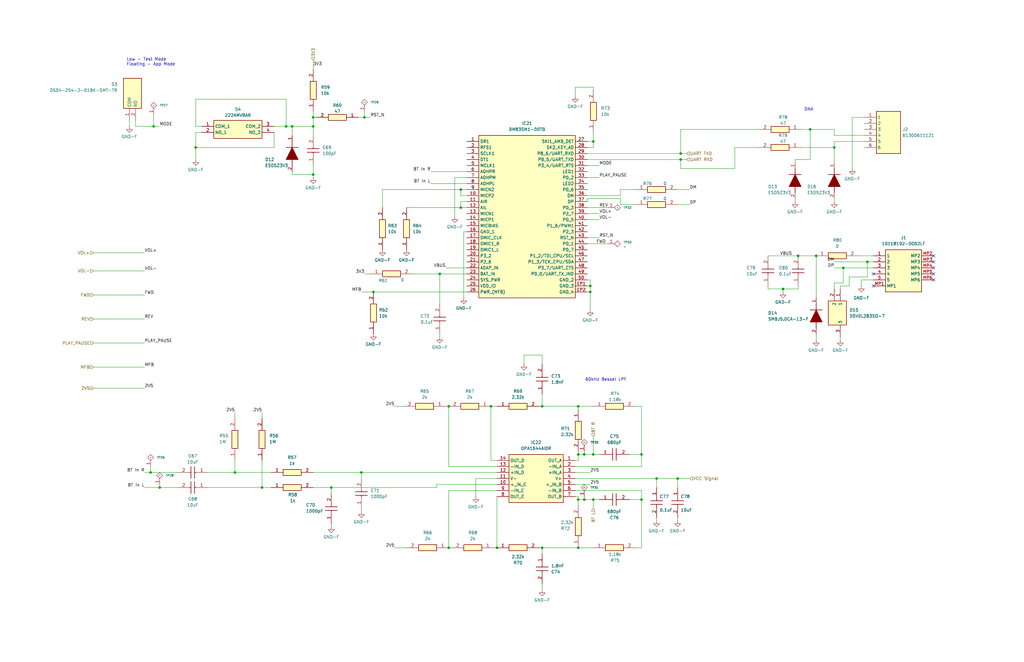
<source format=kicad_sch>
(kicad_sch (version 20231120) (generator "eeschema") (generator_version "8.0")
  (paper "B")
  (title_block (title "Audio System") (date "2025-02-06") (rev "P1") (company "Wolfe Engineering"))
  (junction (at 341.63 54.61))
  (junction (at 243.84 191.77))
  (junction (at 99.06 199.39))
  (junction (at 189.23 231.14))
  (junction (at 270.51 210.82))
  (junction (at 285.75 201.93))
  (junction (at 248.92 123.19))
  (junction (at 351.79 62.23))
  (junction (at 276.86 201.93))
  (junction (at 246.38 191.77))
  (junction (at 194.31 87.63))
  (junction (at 250.19 210.82))
  (junction (at 63.5 199.39))
  (junction (at 243.84 171.45))
  (junction (at 287.02 67.31))
  (junction (at 344.17 107.95))
  (junction (at 228.6 171.45))
  (junction (at 64.77 53.34))
  (junction (at 207.01 171.45))
  (junction (at 157.48 123.19))
  (junction (at 120.65 53.34))
  (junction (at 82.55 62.23))
  (junction (at 153.67 49.53))
  (junction (at 243.84 210.82))
  (junction (at 132.08 73.66))
  (junction (at 123.19 53.34))
  (junction (at 139.7 205.74))
  (junction (at 132.08 53.34))
  (junction (at 365.76 110.49))
  (junction (at 152.4 199.39))
  (junction (at 330.2 121.92))
  (junction (at 209.55 231.14))
  (junction (at 189.23 171.45))
  (junction (at 185.42 115.57))
  (junction (at 270.51 191.77))
  (junction (at 67.31 205.74))
  (junction (at 243.84 231.14))
  (junction (at 248.92 120.65))
  (junction (at 250.19 59.69))
  (junction (at 194.31 80.01))
  (junction (at 228.6 231.14))
  (junction (at 110.49 205.74))
  (junction (at 132.08 49.53))
  (junction (at 355.6 113.03))
  (junction (at 250.19 191.77))
  (junction (at 246.38 210.82))
  (junction (at 287.02 64.77))
  (junction (at 336.55 107.95))
  (no_connect (at 368.3 115.57))
  (no_connect (at 393.7 107.95))
  (no_connect (at 368.3 120.65))
  (no_connect (at 393.7 110.49))
  (no_connect (at 393.7 118.11))
  (no_connect (at 393.7 115.57))
  (no_connect (at 393.7 113.03))
  (wire (pts (xy 351.79 62.23) (xy 351.79 68.58)))
  (wire (pts (xy 171.45 87.63) (xy 194.31 87.63)))
  (wire (pts (xy 267.97 171.45) (xy 270.51 171.45)))
  (wire (pts (xy 39.37 144.78) (xy 60.96 144.78)))
  (wire (pts (xy 243.84 191.77) (xy 246.38 191.77)))
  (wire (pts (xy 194.31 80.01) (xy 161.29 80.01)))
  (wire (pts (xy 209.55 201.93) (xy 200.66 201.93)))
  (wire (pts (xy 227.33 171.45) (xy 228.6 171.45)))
  (wire (pts (xy 82.55 62.23) (xy 82.55 67.31)))
  (wire (pts (xy 285.75 218.44) (xy 285.75 219.71)))
  (wire (pts (xy 153.67 46.99) (xy 153.67 49.53)))
  (wire (pts (xy 228.6 231.14) (xy 228.6 233.68)))
  (wire (pts (xy 336.55 107.95) (xy 344.17 107.95)))
  (wire (pts (xy 99.06 194.31) (xy 99.06 199.39)))
  (wire (pts (xy 123.19 53.34) (xy 132.08 53.34)))
  (wire (pts (xy 290.83 80.01) (xy 285.75 80.01)))
  (wire (pts (xy 248.92 123.19) (xy 248.92 130.81)))
  (wire (pts (xy 243.84 190.5) (xy 243.84 191.77)))
  (wire (pts (xy 250.19 210.82) (xy 252.73 210.82)))
  (wire (pts (xy 152.4 199.39) (xy 152.4 201.93)))
  (wire (pts (xy 39.37 106.68) (xy 60.96 106.68)))
  (wire (pts (xy 247.65 83.82) (xy 247.65 85.09)))
  (wire (pts (xy 132.08 73.66) (xy 132.08 69.85)))
  (wire (pts (xy 330.2 121.92) (xy 330.2 123.19)))
  (wire (pts (xy 341.63 54.61) (xy 337.82 54.61)))
  (wire (pts (xy 207.01 194.31) (xy 209.55 194.31)))
  (wire (pts (xy 152.4 214.63) (xy 152.4 215.9)))
  (wire (pts (xy 243.84 191.77) (xy 243.84 194.31)))
  (wire (pts (xy 276.86 218.44) (xy 276.86 219.71)))
  (wire (pts (xy 270.51 207.01) (xy 242.57 207.01)))
  (wire (pts (xy 242.57 194.31) (xy 243.84 194.31)))
  (wire (pts (xy 247.65 74.93) (xy 252.73 74.93)))
  (wire (pts (xy 181.61 72.39) (xy 196.85 72.39)))
  (wire (pts (xy 335.28 68.58) (xy 335.28 67.31)))
  (wire (pts (xy 309.88 71.12) (xy 287.02 71.12)))
  (wire (pts (xy 351.79 59.69) (xy 351.79 62.23)))
  (wire (pts (xy 270.51 171.45) (xy 270.51 191.77)))
  (wire (pts (xy 185.42 115.57) (xy 185.42 128.27)))
  (wire (pts (xy 351.79 62.23) (xy 337.82 62.23)))
  (wire (pts (xy 189.23 207.01) (xy 189.23 231.14)))
  (wire (pts (xy 243.84 171.45) (xy 250.19 171.45)))
  (wire (pts (xy 261.62 86.36) (xy 267.97 86.36)))
  (wire (pts (xy 365.76 110.49) (xy 368.3 110.49)))
  (wire (pts (xy 361.95 107.95) (xy 368.3 107.95)))
  (wire (pts (xy 323.85 107.95) (xy 336.55 107.95)))
  (wire (pts (xy 39.37 124.46) (xy 60.96 124.46)))
  (wire (pts (xy 248.92 118.11) (xy 248.92 120.65)))
  (wire (pts (xy 132.08 53.34) (xy 132.08 57.15)))
  (wire (pts (xy 227.33 231.14) (xy 228.6 231.14)))
  (wire (pts (xy 250.19 210.82) (xy 250.19 214.63)))
  (wire (pts (xy 228.6 171.45) (xy 243.84 171.45)))
  (wire (pts (xy 250.19 59.69) (xy 250.19 55.88)))
  (wire (pts (xy 67.31 204.47) (xy 67.31 205.74)))
  (wire (pts (xy 187.96 171.45) (xy 189.23 171.45)))
  (wire (pts (xy 60.96 199.39) (xy 63.5 199.39)))
  (wire (pts (xy 173.99 115.57) (xy 185.42 115.57)))
  (wire (pts (xy 228.6 166.37) (xy 228.6 171.45)))
  (wire (pts (xy 247.65 64.77) (xy 287.02 64.77)))
  (wire (pts (xy 247.65 62.23) (xy 250.19 62.23)))
  (wire (pts (xy 250.19 62.23) (xy 250.19 59.69)))
  (wire (pts (xy 276.86 201.93) (xy 285.75 201.93)))
  (wire (pts (xy 247.65 123.19) (xy 248.92 123.19)))
  (wire (pts (xy 195.58 97.79) (xy 195.58 125.73)))
  (wire (pts (xy 341.63 67.31) (xy 341.63 54.61)))
  (wire (pts (xy 351.79 113.03) (xy 355.6 113.03)))
  (wire (pts (xy 248.92 120.65) (xy 248.92 123.19)))
  (wire (pts (xy 247.65 118.11) (xy 248.92 118.11)))
  (wire (pts (xy 189.23 207.01) (xy 209.55 207.01)))
  (wire (pts (xy 82.55 41.91) (xy 120.65 41.91)))
  (wire (pts (xy 247.65 102.87) (xy 256.54 102.87)))
  (wire (pts (xy 261.62 80.01) (xy 267.97 80.01)))
  (wire (pts (xy 60.96 205.74) (xy 67.31 205.74)))
  (wire (pts (xy 63.5 196.85) (xy 63.5 199.39)))
  (wire (pts (xy 152.4 199.39) (xy 209.55 199.39)))
  (wire (pts (xy 189.23 196.85) (xy 209.55 196.85)))
  (wire (pts (xy 228.6 149.86) (xy 220.98 149.86)))
  (wire (pts (xy 139.7 205.74) (xy 132.08 205.74)))
  (wire (pts (xy 152.4 123.19) (xy 157.48 123.19)))
  (wire (pts (xy 354.33 142.24) (xy 354.33 143.51)))
  (wire (pts (xy 196.85 80.01) (xy 194.31 80.01)))
  (wire (pts (xy 133.35 49.53) (xy 132.08 49.53)))
  (wire (pts (xy 351.79 59.69) (xy 364.49 59.69)))
  (wire (pts (xy 323.85 121.92) (xy 330.2 121.92)))
  (wire (pts (xy 54.61 50.8) (xy 54.61 53.34)))
  (wire (pts (xy 336.55 120.65) (xy 336.55 121.92)))
  (wire (pts (xy 242.57 36.83) (xy 250.19 36.83)))
  (wire (pts (xy 153.67 115.57) (xy 156.21 115.57)))
  (wire (pts (xy 200.66 201.93) (xy 200.66 209.55)))
  (wire (pts (xy 82.55 53.34) (xy 82.55 41.91)))
  (wire (pts (xy 39.37 163.83) (xy 60.96 163.83)))
  (wire (pts (xy 335.28 67.31) (xy 341.63 67.31)))
  (wire (pts (xy 185.42 140.97) (xy 185.42 142.24)))
  (wire (pts (xy 194.31 82.55) (xy 194.31 80.01)))
  (wire (pts (xy 132.08 74.93) (xy 132.08 73.66)))
  (wire (pts (xy 132.08 46.99) (xy 132.08 49.53)))
  (wire (pts (xy 247.65 90.17) (xy 252.73 90.17)))
  (wire (pts (xy 189.23 171.45) (xy 189.23 196.85)))
  (wire (pts (xy 247.65 82.55) (xy 261.62 82.55)))
  (wire (pts (xy 287.02 64.77) (xy 289.56 64.77)))
  (wire (pts (xy 309.88 62.23) (xy 320.04 62.23)))
  (wire (pts (xy 132.08 25.4) (xy 132.08 29.21)))
  (wire (pts (xy 196.85 85.09) (xy 194.31 85.09)))
  (wire (pts (xy 64.77 48.26) (xy 64.77 53.34)))
  (wire (pts (xy 153.67 49.53) (xy 156.21 49.53)))
  (wire (pts (xy 270.51 210.82) (xy 270.51 207.01)))
  (wire (pts (xy 110.49 173.99) (xy 110.49 176.53)))
  (wire (pts (xy 82.55 55.88) (xy 85.09 55.88)))
  (wire (pts (xy 161.29 80.01) (xy 161.29 87.63)))
  (wire (pts (xy 247.65 87.63) (xy 256.54 87.63)))
  (wire (pts (xy 344.17 140.97) (xy 344.17 143.51)))
  (wire (pts (xy 123.19 73.66) (xy 132.08 73.66)))
  (wire (pts (xy 365.76 116.84) (xy 365.76 110.49)))
  (wire (pts (xy 184.15 205.74) (xy 139.7 205.74)))
  (wire (pts (xy 261.62 83.82) (xy 247.65 83.82)))
  (wire (pts (xy 359.41 49.53) (xy 359.41 71.12)))
  (wire (pts (xy 243.84 231.14) (xy 250.19 231.14)))
  (wire (pts (xy 248.92 199.39) (xy 242.57 199.39)))
  (wire (pts (xy 184.15 204.47) (xy 184.15 205.74)))
  (wire (pts (xy 243.84 213.36) (xy 243.84 210.82)))
  (wire (pts (xy 242.57 204.47) (xy 248.92 204.47)))
  (wire (pts (xy 246.38 210.82) (xy 250.19 210.82)))
  (wire (pts (xy 351.79 110.49) (xy 365.76 110.49)))
  (wire (pts (xy 64.77 53.34) (xy 67.31 53.34)))
  (wire (pts (xy 358.14 116.84) (xy 365.76 116.84)))
  (wire (pts (xy 242.57 40.64) (xy 242.57 36.83)))
  (wire (pts (xy 287.02 71.12) (xy 287.02 67.31)))
  (wire (pts (xy 228.6 246.38) (xy 228.6 248.92)))
  (wire (pts (xy 247.65 59.69) (xy 250.19 59.69)))
  (wire (pts (xy 110.49 205.74) (xy 114.3 205.74)))
  (wire (pts (xy 252.73 191.77) (xy 250.19 191.77)))
  (wire (pts (xy 57.15 53.34) (xy 64.77 53.34)))
  (wire (pts (xy 358.14 120.65) (xy 358.14 116.84)))
  (wire (pts (xy 132.08 199.39) (xy 152.4 199.39)))
  (wire (pts (xy 87.63 199.39) (xy 99.06 199.39)))
  (wire (pts (xy 209.55 204.47) (xy 184.15 204.47)))
  (wire (pts (xy 151.13 49.53) (xy 153.67 49.53)))
  (wire (pts (xy 196.85 115.57) (xy 185.42 115.57)))
  (wire (pts (xy 242.57 201.93) (xy 276.86 201.93)))
  (wire (pts (xy 181.61 77.47) (xy 196.85 77.47)))
  (wire (pts (xy 191.77 91.44) (xy 191.77 74.93)))
  (wire (pts (xy 247.65 100.33) (xy 252.73 100.33)))
  (wire (pts (xy 209.55 209.55) (xy 209.55 231.14)))
  (wire (pts (xy 246.38 191.77) (xy 250.19 191.77)))
  (wire (pts (xy 243.84 210.82) (xy 246.38 210.82)))
  (wire (pts (xy 351.79 57.15) (xy 364.49 57.15)))
  (wire (pts (xy 123.19 72.39) (xy 123.19 73.66)))
  (wire (pts (xy 351.79 57.15) (xy 351.79 54.61)))
  (wire (pts (xy 344.17 107.95) (xy 344.17 125.73)))
  (wire (pts (xy 276.86 201.93) (xy 276.86 205.74)))
  (wire (pts (xy 99.06 199.39) (xy 114.3 199.39)))
  (wire (pts (xy 363.22 118.11) (xy 363.22 120.65)))
  (wire (pts (xy 246.38 209.55) (xy 246.38 210.82)))
  (wire (pts (xy 115.57 62.23) (xy 82.55 62.23)))
  (wire (pts (xy 247.65 69.85) (xy 252.73 69.85)))
  (wire (pts (xy 195.58 97.79) (xy 196.85 97.79)))
  (wire (pts (xy 246.38 190.5) (xy 246.38 191.77)))
  (wire (pts (xy 270.51 210.82) (xy 270.51 231.14)))
  (wire (pts (xy 351.79 119.38) (xy 355.6 119.38)))
  (wire (pts (xy 115.57 55.88) (xy 115.57 62.23)))
  (wire (pts (xy 63.5 199.39) (xy 74.93 199.39)))
  (wire (pts (xy 285.75 201.93) (xy 285.75 205.74)))
  (wire (pts (xy 287.02 54.61) (xy 320.04 54.61)))
  (wire (pts (xy 39.37 134.62) (xy 60.96 134.62)))
  (wire (pts (xy 220.98 149.86) (xy 220.98 153.67)))
  (wire (pts (xy 120.65 41.91) (xy 120.65 53.34)))
  (wire (pts (xy 39.37 114.3) (xy 60.96 114.3)))
  (wire (pts (xy 157.48 123.19) (xy 196.85 123.19)))
  (wire (pts (xy 287.02 54.61) (xy 287.02 64.77)))
  (wire (pts (xy 265.43 210.82) (xy 270.51 210.82)))
  (wire (pts (xy 207.01 171.45) (xy 209.55 171.45)))
  (wire (pts (xy 355.6 113.03) (xy 368.3 113.03)))
  (wire (pts (xy 87.63 205.74) (xy 110.49 205.74)))
  (wire (pts (xy 194.31 87.63) (xy 196.85 87.63)))
  (wire (pts (xy 247.65 120.65) (xy 248.92 120.65)))
  (wire (pts (xy 335.28 83.82) (xy 335.28 85.09)))
  (wire (pts (xy 228.6 153.67) (xy 228.6 149.86)))
  (wire (pts (xy 351.79 54.61) (xy 341.63 54.61)))
  (wire (pts (xy 85.09 53.34) (xy 82.55 53.34)))
  (wire (pts (xy 120.65 53.34) (xy 123.19 53.34)))
  (wire (pts (xy 123.19 53.34) (xy 123.19 57.15)))
  (wire (pts (xy 189.23 231.14) (xy 190.5 231.14)))
  (wire (pts (xy 166.37 171.45) (xy 170.18 171.45)))
  (wire (pts (xy 57.15 50.8) (xy 57.15 53.34)))
  (wire (pts (xy 82.55 55.88) (xy 82.55 62.23)))
  (wire (pts (xy 39.37 154.94) (xy 60.96 154.94)))
  (wire (pts (xy 110.49 194.31) (xy 110.49 205.74)))
  (wire (pts (xy 67.31 205.74) (xy 74.93 205.74)))
  (wire (pts (xy 330.2 121.92) (xy 336.55 121.92)))
  (wire (pts (xy 265.43 191.77) (xy 270.51 191.77)))
  (wire (pts (xy 285.75 201.93) (xy 290.83 201.93)))
  (wire (pts (xy 285.75 86.36) (xy 290.83 86.36)))
  (wire (pts (xy 250.19 184.15) (xy 250.19 191.77)))
  (wire (pts (xy 187.96 113.03) (xy 196.85 113.03)))
  (wire (pts (xy 364.49 49.53) (xy 359.41 49.53)))
  (wire (pts (xy 132.08 49.53) (xy 132.08 53.34)))
  (wire (pts (xy 196.85 74.93) (xy 191.77 74.93)))
  (wire (pts (xy 351.79 83.82) (xy 351.79 85.09)))
  (wire (pts (xy 207.01 171.45) (xy 207.01 194.31)))
  (wire (pts (xy 358.14 120.65) (xy 354.33 120.65)))
  (wire (pts (xy 228.6 231.14) (xy 243.84 231.14)))
  (wire (pts (xy 261.62 86.36) (xy 261.62 83.82)))
  (wire (pts (xy 166.37 231.14) (xy 171.45 231.14)))
  (wire (pts (xy 270.51 196.85) (xy 242.57 196.85)))
  (wire (pts (xy 287.02 67.31) (xy 289.56 67.31)))
  (wire (pts (xy 243.84 171.45) (xy 243.84 172.72)))
  (wire (pts (xy 354.33 120.65) (xy 354.33 121.92)))
  (wire (pts (xy 247.65 92.71) (xy 252.73 92.71)))
  (wire (pts (xy 267.97 231.14) (xy 270.51 231.14)))
  (wire (pts (xy 270.51 191.77) (xy 270.51 196.85)))
  (wire (pts (xy 323.85 120.65) (xy 323.85 121.92)))
  (wire (pts (xy 139.7 220.98) (xy 139.7 222.25)))
  (wire (pts (xy 99.06 176.53) (xy 99.06 173.99)))
  (wire (pts (xy 208.28 231.14) (xy 209.55 231.14)))
  (wire (pts (xy 115.57 53.34) (xy 120.65 53.34)))
  (wire (pts (xy 309.88 62.23) (xy 309.88 71.12)))
  (wire (pts (xy 243.84 209.55) (xy 242.57 209.55)))
  (wire (pts (xy 194.31 85.09) (xy 194.31 87.63)))
  (wire (pts (xy 196.85 82.55) (xy 194.31 82.55)))
  (wire (pts (xy 351.79 119.38) (xy 351.79 121.92)))
  (wire (pts (xy 261.62 82.55) (xy 261.62 80.01)))
  (wire (pts (xy 368.3 118.11) (xy 363.22 118.11)))
  (wire (pts (xy 250.19 36.83) (xy 250.19 38.1)))
  (wire (pts (xy 139.7 208.28) (xy 139.7 205.74)))
  (wire (pts (xy 355.6 119.38) (xy 355.6 113.03)))
  (wire (pts (xy 247.65 67.31) (xy 287.02 67.31)))
  (wire (pts (xy 243.84 210.82) (xy 243.84 209.55)))
  (text "Low - Test Mode\nFloating - App Mode" (at 53.34 27.94 0) (effects (font (size 1.27 1.27)) (justify left bottom)))
  (text "60kHz Bessel LPF" (at 255.524 160.274 0) (effects (font (size 1.27 1.27))))
  (text "DNA\n" (at 339.09 46.99 0) (effects (font (size 1.27 1.27)) (justify left bottom)))
  (label "DM" (at 351.79 110.49 180))
  (label "MFB" (at 60.96 154.94 0))
  (label "3V3" (at 132.08 27.94 0))
  (label "DP" (at 351.79 113.03 180))
  (label "2V5" (at 60.96 163.83 0))
  (label "VBUS" (at 187.96 113.03 180))
  (label "FWD" (at 251.46 102.87 0))
  (label "VOL+" (at 60.96 106.68 0))
  (label "VOL-" (at 60.96 114.3 0))
  (label "DM" (at 290.83 80.01 0))
  (label "MODE" (at 252.73 69.85 0))
  (label "REV" (at 60.96 134.62 0))
  (label "MODE" (at 67.31 53.34 0))
  (label "VOL-" (at 252.73 92.71 0))
  (label "PLAY_PAUSE" (at 60.96 144.78 0))
  (label "RST_N" (at 252.73 100.33 0))
  (label "VBUS" (at 334.01 107.95 180))
  (label "REV" (at 252.73 87.63 0))
  (label "3V3" (at 153.67 115.57 180))
  (label "BT In L" (at 60.96 205.74 180))
  (label "RST_N" (at 156.21 49.53 0))
  (label "2V5" (at 166.37 171.45 180))
  (label "PLAY_PAUSE" (at 252.73 74.93 0))
  (label "BT In R" (at 60.96 199.39 180))
  (label "BT In R" (at 181.61 72.39 180))
  (label "VOL+" (at 252.73 90.17 0))
  (label "BT In L" (at 181.61 77.47 180))
  (label "FWD" (at 60.96 124.46 0))
  (label "2V5" (at 166.37 231.14 180))
  (label "2V5" (at 248.92 204.47 0))
  (label "2V5" (at 110.49 173.99 180))
  (label "DP" (at 290.83 86.36 0))
  (label "MFB" (at 152.4 123.19 180))
  (label "2V5" (at 99.06 173.99 180))
  (label "2V5" (at 248.92 199.39 0))
  (hierarchical_label "REV" (shape input) (at 39.37 134.62 180))
  (hierarchical_label "UART TXD" (shape input) (at 289.56 64.77 0))
  (hierarchical_label "FWD" (shape input) (at 39.37 124.46 180))
  (hierarchical_label "2V5" (shape input) (at 39.37 163.83 180))
  (hierarchical_label "UART RXD" (shape input) (at 289.56 67.31 0))
  (hierarchical_label "BT L" (shape input) (at 250.19 214.63 270))
  (hierarchical_label "VOL-" (shape input) (at 39.37 114.3 180))
  (hierarchical_label "VOL+" (shape input) (at 39.37 106.68 180))
  (hierarchical_label "3V3" (shape input) (at 132.08 25.4 90))
  (hierarchical_label "BT R" (shape input) (at 250.19 184.15 90))
  (hierarchical_label "PLAY_PAUSE" (shape input) (at 39.37 144.78 180))
  (hierarchical_label "MFB" (shape input) (at 39.37 154.94 180))
  (hierarchical_label "VCC Signal" (shape input) (at 290.83 201.93 0))
  (symbol (lib_id "Audio System:222AMVBAR") (at 85.09 53.34 0) (unit 1)
    (property "Reference" "S4" (at 100.33 46.101 0))
    (property "Value" "222AMVBAR" (at 100.33 48.641 0))
    (property "Footprint" "1 Audio Amp:222AMVBAR" (effects (hide yes)))
    (property "Datasheet" "https://www.ctscorp.com/wp-content/uploads/222A.pdf" (effects (hide yes)))
    (property "Height" "5.2" (effects (hide yes)))
    (property "Manufacturer_Name" "CTS" (effects (hide yes)))
    (property "Manufacturer_Part_Number" "222AMVBAR" (effects (hide yes)))
    (property "Mouser Part Number" "774-222AMVBAR" (effects (hide yes)))
    (property "Mouser Price/Stock" "https://www.mouser.co.uk/ProductDetail/CTS-Electronic-Components/222AMVBAR?qs=%252BiOMRfgENTH99oc01%252BgePw%3D%3D" (effects (hide yes)))
    (property "Arrow Part Number" "222AMVBAR" (effects (hide yes)))
    (property "Arrow Price/Stock" "https://www.arrow.com/en/products/222amvbar/cts" (effects (hide yes)))
  )
  (symbol (lib_id "Audio System:TP") (at 246.38 186.69 0) (unit 1) (exclude_from_sim yes) (in_bom no)
    (property "Reference" "TP30" (at 248.92 186.6899 0) (effects (font (size 0.9 0.9)) (justify left)))
    (property "Value" "~" (at 246.38 186.69 0))
    (property "Footprint" "1 Audio Amp:TP" (effects (hide yes)))
  )
  (symbol (lib_id "Audio System:DS04-254-2-01BK-SMT-TR") (at 57.15 50.8 270) (mirror x) (unit 1)
    (property "Reference" "S3" (at 49.53 35.56 90) (effects (justify right)))
    (property "Value" "DS04-254-2-01BK-SMT-TR" (at 49.53 38.1 90) (effects (justify right)))
    (property "Footprint" "1 Audio Amp:DS04254201BKSMTTR" (effects (hide yes)))
    (property "Datasheet" "https://www.cuidevices.com/product/resource/supplyframepdf/ds04-254-smt.pdf" (effects (hide yes)))
    (property "Height" "4.3" (effects (hide yes)))
    (property "Manufacturer_Name" "CUI Devices" (effects (hide yes)))
    (property "Manufacturer_Part_Number" "DS04-254-2-01BK-SMT-TR" (effects (hide yes)))
    (property "Mouser Part Number" "490-DS04254201BK-STR" (effects (hide yes)))
    (property "Mouser Price/Stock" "https://www.mouser.co.uk/ProductDetail/CUI-Devices/DS04-254-2-01BK-SMT-TR?qs=wnTfsH77Xs4xXRFXKF0ssg%3D%3D" (effects (hide yes)))
    (property "Arrow Part Number" "DS04-254-2-01BK-SMT-TR" (effects (hide yes)))
    (property "Arrow Price/Stock" "https://www.arrow.com/en/products/ds04-254-2-01bk-smt-tr/cui-devices?region=europe" (effects (hide yes)))
  )
  (symbol (lib_id "Audio System:TP") (at 153.67 43.18 0) (unit 1) (exclude_from_sim yes) (in_bom no)
    (property "Reference" "TP29" (at 156.21 43.1799 0) (effects (font (size 0.9 0.9)) (justify left)))
    (property "Value" "~" (at 153.67 43.18 0))
    (property "Footprint" "1 Audio Amp:TP" (effects (hide yes)))
  )
  (symbol (lib_name "GND_2") (lib_id "power:GND") (at 139.7 222.25 0) (unit 1)
    (property "Reference" "#PWR090" (effects (hide yes)))
    (property "Value" "GND-F" (at 139.7 226.568 0))
  )
  (symbol (lib_id "Audio System:CC0603KRX7R7BB104") (at 336.55 120.65 90) (unit 1)
    (property "Reference" "C80" (at 328.422 113.03 90) (effects (justify right)))
    (property "Value" "0.1uF" (at 328.422 115.57 90) (effects (justify right)))
    (property "Footprint" "1 Audio Amp:CAPC1608X90N" (effects (hide yes)))
    (property "Datasheet" "https://www.yageo.com/en/Chart/Download/pdf/CC0603KRX7R7BB104" (effects (hide yes)))
    (property "Height" "0.9" (effects (hide yes)))
    (property "Manufacturer_Name" "YAGEO" (effects (hide yes)))
    (property "Manufacturer_Part_Number" "CC0603KRX7R7BB104" (effects (hide yes)))
    (property "Mouser Part Number" "603-CC603KRX7R7BB104" (effects (hide yes)))
    (property "Mouser Price/Stock" "https://www.mouser.co.uk/ProductDetail/YAGEO/CC0603KRX7R7BB104?qs=AgBp2OyFlx8KPmNTlFoWXA%3D%3D" (effects (hide yes)))
    (property "Arrow Part Number" "CC0603KRX7R7BB104" (effects (hide yes)))
    (property "Arrow Price/Stock" "https://www.arrow.com/en/products/cc0603krx7r7bb104/yageo?region=europe" (effects (hide yes)))
  )
  (symbol (lib_name "GND_2") (lib_id "power:GND") (at 354.33 143.51 0) (unit 1)
    (property "Reference" "#PWR0126" (effects (hide yes)))
    (property "Value" "GND-F" (at 354.33 147.828 0))
  )
  (symbol (lib_id "Audio System:RC0603FR-0710KL") (at 250.19 55.88 90) (unit 1)
    (property "Reference" "R73" (at 253.365 45.72 90) (effects (justify right)))
    (property "Value" "10k" (at 253.365 48.26 90) (effects (justify right)))
    (property "Footprint" "1 Audio Amp:RESC1608X55N" (effects (hide yes)))
    (property "Datasheet" "http://www.yageo.com/documents/recent/PYu-RC0603_51_RoHS_L_v5.pdf" (effects (hide yes)))
    (property "Height" "0.55" (effects (hide yes)))
    (property "Manufacturer_Name" "KEMET" (effects (hide yes)))
    (property "Manufacturer_Part_Number" "RC0603FR-0710KL" (effects (hide yes)))
    (property "Mouser Part Number" "603-RC0603FR-0710KL" (effects (hide yes)))
    (property "Mouser Price/Stock" "https://www.mouser.co.uk/ProductDetail/YAGEO/RC0603FR-0710KL?qs=grNVn54RoB%252B3GtjbJj3wJQ%3D%3D" (effects (hide yes)))
    (property "Arrow Part Number" "RC0603FR-0710KL" (effects (hide yes)))
    (property "Arrow Price/Stock" "https://www.arrow.com/en/products/rc0603fr-0710kl/yageo?region=nac" (effects (hide yes)))
  )
  (symbol (lib_name "GND_2") (lib_id "power:GND") (at 351.79 85.09 0) (unit 1)
    (property "Reference" "#PWR0122" (effects (hide yes)))
    (property "Value" "GND-F" (at 351.79 89.408 0))
  )
  (symbol (lib_id "Audio System:RC0603FR-0747RL") (at 151.13 49.53 180) (unit 1)
    (property "Reference" "R60" (at 142.24 44.45 0))
    (property "Value" "47" (at 142.24 46.99 0))
    (property "Footprint" "1 Audio Amp:RESC1608X55N" (effects (hide yes)))
    (property "Datasheet" "http://www.yageo.com/documents/recent/PYu-RC0603_51_RoHS_L_v5.pdf" (effects (hide yes)))
    (property "Height" "0.55" (effects (hide yes)))
    (property "Manufacturer_Name" "KEMET" (effects (hide yes)))
    (property "Manufacturer_Part_Number" "RC0603FR-0747RL" (effects (hide yes)))
    (property "Mouser Part Number" "603-RC0603FR-0747RL" (effects (hide yes)))
    (property "Mouser Price/Stock" "https://www.mouser.co.uk/ProductDetail/Yageo/RC0603FR-0747RL?qs=gt6vzsuosg01atWshW8qCA%3D%3D" (effects (hide yes)))
    (property "Arrow Part Number" "RC0603FR-0747RL" (effects (hide yes)))
    (property "Arrow Price/Stock" "http://www.arrow.com/en/products/rc0603fr-0747rl/yageo" (effects (hide yes)))
  )
  (symbol (lib_id "Audio System:61300611121") (at 364.49 49.53 0) (unit 1)
    (property "Reference" "J2" (at 380.492 54.61 0) (effects (justify left)))
    (property "Value" "61300611121" (at 380.492 57.15 0) (effects (justify left)))
    (property "Footprint" "1 Audio Amp:HDRV6W64P0X254_1X6_1524X254X869P" (effects (hide yes)))
    (property "Datasheet" "https://componentsearchengine.com/Datasheets/2/61300611121.pdf" (effects (hide yes)))
    (property "Height" "8.69" (effects (hide yes)))
    (property "Manufacturer_Name" "Wurth Elektronik" (effects (hide yes)))
    (property "Manufacturer_Part_Number" "61300611121" (effects (hide yes)))
    (property "Mouser Part Number" "710-61300611121" (effects (hide yes)))
    (property "Mouser Price/Stock" "https://www.mouser.co.uk/ProductDetail/Wurth-Elektronik/61300611121?qs=t4813l51qx%2FRpdf0Kp1HlQ%3D%3D" (effects (hide yes)))
  )
  (symbol (lib_name "GND_2") (lib_id "power:GND") (at 195.58 125.73 0) (unit 1)
    (property "Reference" "#PWR0113" (effects (hide yes)))
    (property "Value" "GND-F" (at 195.58 130.048 0))
  )
  (symbol (lib_id "Audio System:RC0603FR-0710KL") (at 132.08 46.99 90) (unit 1)
    (property "Reference" "R59" (at 135.255 36.83 90) (effects (justify right)))
    (property "Value" "10k" (at 135.255 39.37 90) (effects (justify right)))
    (property "Footprint" "1 Audio Amp:RESC1608X55N" (effects (hide yes)))
    (property "Datasheet" "http://www.yageo.com/documents/recent/PYu-RC0603_51_RoHS_L_v5.pdf" (effects (hide yes)))
    (property "Height" "0.55" (effects (hide yes)))
    (property "Manufacturer_Name" "KEMET" (effects (hide yes)))
    (property "Manufacturer_Part_Number" "RC0603FR-0710KL" (effects (hide yes)))
    (property "Mouser Part Number" "603-RC0603FR-0710KL" (effects (hide yes)))
    (property "Mouser Price/Stock" "https://www.mouser.co.uk/ProductDetail/YAGEO/RC0603FR-0710KL?qs=grNVn54RoB%252B3GtjbJj3wJQ%3D%3D" (effects (hide yes)))
    (property "Arrow Part Number" "RC0603FR-0710KL" (effects (hide yes)))
    (property "Arrow Price/Stock" "https://www.arrow.com/en/products/rc0603fr-0710kl/yageo?region=nac" (effects (hide yes)))
  )
  (symbol (lib_id "Audio System:TP") (at 67.31 200.66 0) (unit 1) (exclude_from_sim yes) (in_bom no)
    (property "Reference" "TP28" (at 69.85 200.6599 0) (effects (font (size 0.9 0.9)) (justify left)))
    (property "Value" "~" (at 67.31 200.66 0))
    (property "Footprint" "1 Audio Amp:TP" (effects (hide yes)))
  )
  (symbol (lib_id "Audio System:D5V0L2B3SO-7") (at 354.33 121.92 270) (unit 1)
    (property "Reference" "D15" (at 358.14 130.81 90) (effects (justify left)))
    (property "Value" "D5V0L2B3SO-7" (at 358.14 133.35 90) (effects (justify left)))
    (property "Footprint" "1 Audio Amp:SOT96P240X110-3N" (effects (hide yes)))
    (property "Datasheet" "https://www.diodes.com//assets/Datasheets/D5V0L2B3SO.pdf" (effects (hide yes)))
    (property "Height" "1.1" (effects (hide yes)))
    (property "Manufacturer_Name" "Diodes Incorporated" (effects (hide yes)))
    (property "Manufacturer_Part_Number" "D5V0L2B3SO-7" (effects (hide yes)))
    (property "Mouser Part Number" "621-D5V0L2B3SO-7" (effects (hide yes)))
    (property "Mouser Price/Stock" "https://www.mouser.co.uk/ProductDetail/Diodes-Incorporated/D5V0L2B3SO-7?qs=gfe7vQ8txpUquk%252BAuXNSLw%3D%3D" (effects (hide yes)))
    (property "Arrow Part Number" "D5V0L2B3SO-7" (effects (hide yes)))
    (property "Arrow Price/Stock" "https://www.arrow.com/en/products/d5v0l2b3so-7/diodes-incorporated?region=nac" (effects (hide yes)))
  )
  (symbol (lib_name "GND_2") (lib_id "power:GND") (at 220.98 153.67 0) (unit 1)
    (property "Reference" "#PWR0116" (effects (hide yes)))
    (property "Value" "GND-F" (at 220.98 157.988 0))
  )
  (symbol (lib_name "GND_2") (lib_id "power:GND") (at 335.28 85.09 0) (unit 1)
    (property "Reference" "#PWR0121" (effects (hide yes)))
    (property "Value" "GND-F" (at 335.28 89.408 0))
  )
  (symbol (lib_name "GND_2") (lib_id "power:GND") (at 359.41 71.12 0) (unit 1)
    (property "Reference" "#PWR0123" (effects (hide yes)))
    (property "Value" "GND-F" (at 359.41 75.438 0))
  )
  (symbol (lib_id "Audio System:CC0603KRX7R7BB104") (at 185.42 140.97 90) (unit 1)
    (property "Reference" "C72" (at 177.292 133.35 90) (effects (justify right)))
    (property "Value" "0.1uF" (at 177.292 135.89 90) (effects (justify right)))
    (property "Footprint" "1 Audio Amp:CAPC1608X90N" (effects (hide yes)))
    (property "Datasheet" "https://www.yageo.com/en/Chart/Download/pdf/CC0603KRX7R7BB104" (effects (hide yes)))
    (property "Height" "0.9" (effects (hide yes)))
    (property "Manufacturer_Name" "YAGEO" (effects (hide yes)))
    (property "Manufacturer_Part_Number" "CC0603KRX7R7BB104" (effects (hide yes)))
    (property "Mouser Part Number" "603-CC603KRX7R7BB104" (effects (hide yes)))
    (property "Mouser Price/Stock" "https://www.mouser.co.uk/ProductDetail/YAGEO/CC0603KRX7R7BB104?qs=AgBp2OyFlx8KPmNTlFoWXA%3D%3D" (effects (hide yes)))
    (property "Arrow Part Number" "CC0603KRX7R7BB104" (effects (hide yes)))
    (property "Arrow Price/Stock" "https://www.arrow.com/en/products/cc0603krx7r7bb104/yageo?region=europe" (effects (hide yes)))
  )
  (symbol (lib_name "GND_13") (lib_id "power:GND") (at 363.22 120.65 0) (unit 1)
    (property "Reference" "#PWR0131" (effects (hide yes)))
    (property "Value" "GND-F" (at 363.22 125.73 0))
  )
  (symbol (lib_id "Audio System:GRM21BR61C106KE15K") (at 323.85 120.65 90) (unit 1)
    (property "Reference" "C79" (at 314.706 113.03 90) (effects (justify right)))
    (property "Value" "10uF" (at 314.706 115.57 90) (effects (justify right)))
    (property "Footprint" "1 Audio Amp:CAPC2012X145N" (effects (hide yes)))
    (property "Datasheet" "http://www.murata.com/~/media/webrenewal/support/library/catalog/products/capacitor/mlcc/c02e.pdf" (effects (hide yes)))
    (property "Height" "1.45" (effects (hide yes)))
    (property "Manufacturer_Name" "Murata Electronics" (effects (hide yes)))
    (property "Manufacturer_Part_Number" "GRM21BR61C106KE15K" (effects (hide yes)))
    (property "Mouser Part Number" "81-GRM21BR61C106KE5K" (effects (hide yes)))
    (property "Mouser Price/Stock" "https://www.mouser.co.uk/ProductDetail/Murata-Electronics/GRM21BR61C106KE15K?qs=h0WOCFF19ULjTOS37upAEw%3D%3D" (effects (hide yes)))
    (property "Arrow Part Number" "GRM21BR61C106KE15K" (effects (hide yes)))
    (property "Arrow Price/Stock" "https://www.arrow.com/en/products/grm21br61c106ke15k/murata-manufacturing?utm_currency=USD&region=nac" (effects (hide yes)))
  )
  (symbol (lib_id "Audio System:TP") (at 260.35 102.87 270) (unit 1) (exclude_from_sim yes) (in_bom no)
    (property "Reference" "TP33" (at 262.89 102.235 90) (effects (font (size 0.9 0.9)) (justify left)))
    (property "Value" "~" (at 262.89 104.14 90) (effects (justify left)))
    (property "Footprint" "1 Audio Amp:TP" (effects (hide yes)))
  )
  (symbol (lib_name "GND_2") (lib_id "power:GND") (at 191.77 91.44 0) (unit 1)
    (property "Reference" "#PWR0108" (effects (hide yes)))
    (property "Value" "GND-F" (at 191.77 95.758 0))
  )
  (symbol (lib_id "1 Audio Amp:885012006062") (at 252.73 210.82 0) (mirror x) (unit 1)
    (property "Reference" "C76" (at 259.08 218.44 0))
    (property "Value" "680pF" (at 259.08 215.9 0))
    (property "Footprint" "CAPC1608X87N" (effects (hide yes)))
    (property "Datasheet" "https://katalog.we-online.com/pbs/datasheet/885012006062.pdf" (effects (hide yes)))
    (property "Description" "Multilayer Ceramic Chip Capacitor WCAP-CSGP Series 0603 680pF NP00603681J050DFCT10000" (effects (hide yes)))
    (property "Height" "0.87" (effects (hide yes)))
    (property "Manufacturer_Name" "Wurth Elektronik" (effects (hide yes)))
    (property "Manufacturer_Part_Number" "885012006062" (effects (hide yes)))
    (property "Mouser Part Number" "710-885012006062" (effects (hide yes)))
    (property "Mouser Price/Stock" "https://www.mouser.co.uk/ProductDetail/Wurth-Elektronik/885012006062?qs=0KOYDY2FL291FiLYqNdpUQ%3D%3D" (effects (hide yes)))
  )
  (symbol (lib_id "1 Audio Amp:885012006062") (at 252.73 191.77 0) (unit 1)
    (property "Reference" "C75" (at 259.08 184.15 0))
    (property "Value" "680pF" (at 259.08 186.69 0))
    (property "Footprint" "CAPC1608X87N" (effects (hide yes)))
    (property "Datasheet" "https://katalog.we-online.com/pbs/datasheet/885012006062.pdf" (effects (hide yes)))
    (property "Description" "Multilayer Ceramic Chip Capacitor WCAP-CSGP Series 0603 680pF NP00603681J050DFCT10000" (effects (hide yes)))
    (property "Height" "0.87" (effects (hide yes)))
    (property "Manufacturer_Name" "Wurth Elektronik" (effects (hide yes)))
    (property "Manufacturer_Part_Number" "885012006062" (effects (hide yes)))
    (property "Mouser Part Number" "710-885012006062" (effects (hide yes)))
    (property "Mouser Price/Stock" "https://www.mouser.co.uk/ProductDetail/Wurth-Elektronik/885012006062?qs=0KOYDY2FL291FiLYqNdpUQ%3D%3D" (effects (hide yes)))
  )
  (symbol (lib_id "Audio System:GRM21BR61C106KE15K") (at 87.63 205.74 180) (unit 1)
    (property "Reference" "C68" (at 81.28 210.566 0))
    (property "Value" "10uF" (at 81.28 213.106 0))
    (property "Footprint" "1 Audio Amp:CAPC2012X145N" (effects (hide yes)))
    (property "Datasheet" "http://www.murata.com/~/media/webrenewal/support/library/catalog/products/capacitor/mlcc/c02e.pdf" (effects (hide yes)))
    (property "Height" "1.45" (effects (hide yes)))
    (property "Manufacturer_Name" "Murata Electronics" (effects (hide yes)))
    (property "Manufacturer_Part_Number" "GRM21BR61C106KE15K" (effects (hide yes)))
    (property "Mouser Part Number" "81-GRM21BR61C106KE5K" (effects (hide yes)))
    (property "Mouser Price/Stock" "https://www.mouser.co.uk/ProductDetail/Murata-Electronics/GRM21BR61C106KE15K?qs=h0WOCFF19ULjTOS37upAEw%3D%3D" (effects (hide yes)))
    (property "Arrow Part Number" "GRM21BR61C106KE15K" (effects (hide yes)))
    (property "Arrow Price/Stock" "https://www.arrow.com/en/products/grm21br61c106ke15k/murata-manufacturing?utm_currency=USD&region=nac" (effects (hide yes)))
  )
  (symbol (lib_name "GND_2") (lib_id "power:GND") (at 228.6 248.92 0) (unit 1)
    (property "Reference" "#PWR0117" (effects (hide yes)))
    (property "Value" "GND-F" (at 228.6 253.238 0))
  )
  (symbol (lib_id "1 Audio Amp:ERA-3AEB2321V") (at 209.55 231.14 0) (mirror x) (unit 1)
    (property "Reference" "R70" (at 218.44 237.49 0))
    (property "Value" "2.32k" (at 218.44 234.95 0))
    (property "Footprint" "ERA3AEB101V" (effects (hide yes)))
    (property "Datasheet" "https://industrial.panasonic.com/cdbs/www-data/pdf/RDM0000/AOA0000C307.pdf" (effects (hide yes)))
    (property "Description" "Thin Film Resistors - SMD 0603 2.32Kohm 0.1% 25ppm" (effects (hide yes)))
    (property "Height" "0.55" (effects (hide yes)))
    (property "Manufacturer_Name" "Panasonic" (effects (hide yes)))
    (property "Manufacturer_Part_Number" "ERA-3AEB2321V" (effects (hide yes)))
    (property "Mouser Part Number" "667-ERA-3AEB2321V" (effects (hide yes)))
    (property "Mouser Price/Stock" "http://www.mouser.com/Search/ProductDetail.aspx?qs=nuXzIS8loXHi3P3EqG%2f%2fKg%3d%3d" (effects (hide yes)))
  )
  (symbol (lib_name "GND_2") (lib_id "power:GND") (at 157.48 140.97 0) (unit 1)
    (property "Reference" "#PWR0111" (effects (hide yes)))
    (property "Value" "GND-F" (at 157.48 145.288 0))
  )
  (symbol (lib_id "Audio System:RC0603FR-0710KL") (at 161.29 105.41 90) (unit 1)
    (property "Reference" "R63" (at 163.576 95.25 90) (effects (justify right)))
    (property "Value" "10k" (at 163.576 97.79 90) (effects (justify right)))
    (property "Footprint" "1 Audio Amp:RESC1608X55N" (effects (hide yes)))
    (property "Datasheet" "http://www.yageo.com/documents/recent/PYu-RC0603_51_RoHS_L_v5.pdf" (effects (hide yes)))
    (property "Height" "0.55" (effects (hide yes)))
    (property "Manufacturer_Name" "KEMET" (effects (hide yes)))
    (property "Manufacturer_Part_Number" "RC0603FR-0710KL" (effects (hide yes)))
    (property "Mouser Part Number" "603-RC0603FR-0710KL" (effects (hide yes)))
    (property "Mouser Price/Stock" "https://www.mouser.co.uk/ProductDetail/YAGEO/RC0603FR-0710KL?qs=grNVn54RoB%252B3GtjbJj3wJQ%3D%3D" (effects (hide yes)))
    (property "Arrow Part Number" "RC0603FR-0710KL" (effects (hide yes)))
    (property "Arrow Price/Stock" "https://www.arrow.com/en/products/rc0603fr-0710kl/yageo?region=nac" (effects (hide yes)))
  )
  (symbol (lib_id "Audio System:GRM21BR61C106KE15K") (at 87.63 199.39 180) (unit 1)
    (property "Reference" "C67" (at 81.28 192.405 0))
    (property "Value" "10uF" (at 81.28 194.945 0))
    (property "Footprint" "1 Audio Amp:CAPC2012X145N" (effects (hide yes)))
    (property "Datasheet" "http://www.murata.com/~/media/webrenewal/support/library/catalog/products/capacitor/mlcc/c02e.pdf" (effects (hide yes)))
    (property "Height" "1.45" (effects (hide yes)))
    (property "Manufacturer_Name" "Murata Electronics" (effects (hide yes)))
    (property "Manufacturer_Part_Number" "GRM21BR61C106KE15K" (effects (hide yes)))
    (property "Mouser Part Number" "81-GRM21BR61C106KE5K" (effects (hide yes)))
    (property "Mouser Price/Stock" "https://www.mouser.co.uk/ProductDetail/Murata-Electronics/GRM21BR61C106KE15K?qs=h0WOCFF19ULjTOS37upAEw%3D%3D" (effects (hide yes)))
    (property "Arrow Part Number" "GRM21BR61C106KE15K" (effects (hide yes)))
    (property "Arrow Price/Stock" "https://www.arrow.com/en/products/grm21br61c106ke15k/murata-manufacturing?utm_currency=USD&region=nac" (effects (hide yes)))
  )
  (symbol (lib_id "Audio System:RC0603JR-070RL") (at 267.97 80.01 0) (unit 1)
    (property "Reference" "R76" (at 273.05 77.47 0))
    (property "Value" "0" (at 280.416 77.47 0))
    (property "Footprint" "1 Audio Amp:RESC1608X55N" (effects (hide yes)))
    (property "Datasheet" "https://componentsearchengine.com/Datasheets/2/RC0603JR-070RL.pdf" (effects (hide yes)))
    (property "Height" "0.55" (effects (hide yes)))
    (property "Manufacturer_Name" "YAGEO" (effects (hide yes)))
    (property "Manufacturer_Part_Number" "RC0603JR-070RL" (effects (hide yes)))
    (property "Mouser Part Number" "603-RC0603JR-070RL" (effects (hide yes)))
    (property "Mouser Price/Stock" "https://www.mouser.co.uk/ProductDetail/YAGEO/RC0603JR-070RL?qs=2cAdsCoAWRGWyPcuXgGiXQ%3D%3D" (effects (hide yes)))
    (property "Arrow Part Number" "RC0603JR-070RL" (effects (hide yes)))
    (property "Arrow Price/Stock" "https://www.arrow.com/en/products/rc0603jr-070rl/yageo?utm_currency=USD&region=nac" (effects (hide yes)))
  )
  (symbol (lib_id "1 Audio Amp:ERA-3AEB2321V") (at 209.55 171.45 0) (unit 1)
    (property "Reference" "R69" (at 218.44 165.1 0))
    (property "Value" "2.32k" (at 218.44 167.64 0))
    (property "Footprint" "ERA3AEB101V" (effects (hide yes)))
    (property "Datasheet" "https://industrial.panasonic.com/cdbs/www-data/pdf/RDM0000/AOA0000C307.pdf" (effects (hide yes)))
    (property "Description" "Thin Film Resistors - SMD 0603 2.32Kohm 0.1% 25ppm" (effects (hide yes)))
    (property "Height" "0.55" (effects (hide yes)))
    (property "Manufacturer_Name" "Panasonic" (effects (hide yes)))
    (property "Manufacturer_Part_Number" "ERA-3AEB2321V" (effects (hide yes)))
    (property "Mouser Part Number" "667-ERA-3AEB2321V" (effects (hide yes)))
    (property "Mouser Price/Stock" "http://www.mouser.com/Search/ProductDetail.aspx?qs=nuXzIS8loXHi3P3EqG%2f%2fKg%3d%3d" (effects (hide yes)))
  )
  (symbol (lib_id "Audio System:10118192-0002LF") (at 368.3 107.95 0) (unit 1)
    (property "Reference" "J1" (at 381 100.33 0))
    (property "Value" "10118192-0002LF" (at 381 102.87 0))
    (property "Footprint" "1 Audio Amp:101181920002LF" (effects (hide yes)))
    (property "Datasheet" "https://cdn.amphenol-cs.com/media/wysiwyg/files/drawing/10118192.pdf" (effects (hide yes)))
    (property "Height" "3.08" (effects (hide yes)))
    (property "Manufacturer_Name" "Amphenol Communications Solutions" (effects (hide yes)))
    (property "Manufacturer_Part_Number" "10118192-0002LF" (effects (hide yes)))
    (property "Arrow Part Number" "10118192-0002LF" (effects (hide yes)))
    (property "Arrow Price/Stock" "https://www.arrow.com/en/products/10118192-0002lf/amphenol-fci?region=nac" (effects (hide yes)))
  )
  (symbol (lib_id "Audio System:RC0603JR-070RL") (at 344.17 107.95 0) (unit 1)
    (property "Reference" "R80" (at 353.06 101.346 0))
    (property "Value" "0" (at 353.06 103.886 0))
    (property "Footprint" "1 Audio Amp:RESC1608X55N" (effects (hide yes)))
    (property "Datasheet" "https://componentsearchengine.com/Datasheets/2/RC0603JR-070RL.pdf" (effects (hide yes)))
    (property "Height" "0.55" (effects (hide yes)))
    (property "Manufacturer_Name" "YAGEO" (effects (hide yes)))
    (property "Manufacturer_Part_Number" "RC0603JR-070RL" (effects (hide yes)))
    (property "Mouser Part Number" "603-RC0603JR-070RL" (effects (hide yes)))
    (property "Mouser Price/Stock" "https://www.mouser.co.uk/ProductDetail/YAGEO/RC0603JR-070RL?qs=2cAdsCoAWRGWyPcuXgGiXQ%3D%3D" (effects (hide yes)))
    (property "Arrow Part Number" "RC0603JR-070RL" (effects (hide yes)))
    (property "Arrow Price/Stock" "https://www.arrow.com/en/products/rc0603jr-070rl/yageo?utm_currency=USD&region=nac" (effects (hide yes)))
  )
  (symbol (lib_id "Audio System:GRM21BR61H106KE43L") (at 285.75 205.74 270) (unit 1)
    (property "Reference" "C78" (at 287.02 209.55 90) (effects (justify left)))
    (property "Value" "10uF" (at 287.02 215.265 90) (effects (justify left)))
    (property "Footprint" "1 Audio Amp:GRM21x" (effects (hide yes)))
    (property "Datasheet" "https://search.murata.co.jp/Ceramy/image/img/A01X/G101/ENG/GRM21BR61H106KE43-01A.pdf" (effects (hide yes)))
    (property "Height" "1.25" (effects (hide yes)))
    (property "Manufacturer_Name" "Murata Electronics" (effects (hide yes)))
    (property "Manufacturer_Part_Number" "GRM21BR61H106KE43L" (effects (hide yes)))
    (property "Mouser Part Number" "81-GRM21BR61H106KE3L" (effects (hide yes)))
    (property "Mouser Price/Stock" "https://www.mouser.co.uk/ProductDetail/Murata-Electronics/GRM21BR61H106KE43L?qs=lYGu3FyN48cBZlIduWKclg%3D%3D" (effects (hide yes)))
    (property "Arrow Part Number" "GRM21BR61H106KE43L" (effects (hide yes)))
    (property "Arrow Price/Stock" "https://www.arrow.com/en/products/grm21br61h106ke43l/murata-manufacturing?region=nac" (effects (hide yes)))
  )
  (symbol (lib_name "GND_2") (lib_id "power:GND") (at 242.57 40.64 0) (unit 1)
    (property "Reference" "#PWR0114" (effects (hide yes)))
    (property "Value" "GND-F" (at 242.57 44.958 0))
  )
  (symbol (lib_id "1 Audio Amp:C0603C102K3GACTU") (at 152.4 214.63 90) (unit 1)
    (property "Reference" "C71" (at 156.21 207.0099 90) (effects (justify right)))
    (property "Value" "1000pF" (at 156.21 209.5499 90) (effects (justify right)))
    (property "Footprint" "CAPC1608X87N" (effects (hide yes)))
    (property "Datasheet" "https://content.kemet.com/datasheets/KEM_C1003_C0G_SMD.pdf" (effects (hide yes)))
    (property "Description" "SMD Comm C0G, Ceramic, 1000 pF, 10%, 25 VDC, 62.5 VDC, 125C, -55C, C0G, SMD, MLCC, Ultra-Stable, Low Loss, Class I, 0.1 % , 100 GOhms, 3.7 mg, 0603, 1.6mm, 0.8mm, 0.8mm, 0.7mm, 0.35mm, 4000, 78  Weeks, 120" (effects (hide yes)))
    (property "Height" "0.87" (effects (hide yes)))
    (property "Manufacturer_Name" "KEMET" (effects (hide yes)))
    (property "Manufacturer_Part_Number" "C0603C102K3GACTU" (effects (hide yes)))
    (property "Mouser Part Number" "80-C0603C102K3G" (effects (hide yes)))
    (property "Mouser Price/Stock" "https://www.mouser.co.uk/ProductDetail/KEMET/C0603C102K3GACTU?qs=WzS45ibvhQi32eNhok0ktg%3D%3D" (effects (hide yes)))
    (property "Arrow Part Number" "C0603C102K3GACTU" (effects (hide yes)))
    (property "Arrow Price/Stock" "https://www.arrow.com/en/products/c0603c102k3gactu/kemet-corporation?region=nac" (effects (hide yes)))
  )
  (symbol (lib_id "Audio System:C0603C104M5RACTU") (at 276.86 205.74 270) (unit 1)
    (property "Reference" "C77" (at 278.13 209.55 90) (effects (justify left)))
    (property "Value" "0.1uF" (at 278.13 215.265 90) (effects (justify left)))
    (property "Footprint" "1 Audio Amp:C0603" (effects (hide yes)))
    (property "Datasheet" "https://content.kemet.com/datasheets/KEM_C1002_X7R_SMD.pdf" (effects (hide yes)))
    (property "Height" "0.87" (effects (hide yes)))
    (property "Manufacturer_Name" "KEMET" (effects (hide yes)))
    (property "Manufacturer_Part_Number" "C0603C104M5RACTU" (effects (hide yes)))
    (property "Mouser Part Number" "80-C0603C104M5R" (effects (hide yes)))
    (property "Mouser Price/Stock" "https://www.mouser.co.uk/ProductDetail/KEMET/C0603C104M5RACTU?qs=YkRtRX%252BfoqJT%252B0m410IP4A%3D%3D" (effects (hide yes)))
    (property "Arrow Part Number" "C0603C104M5RACTU" (effects (hide yes)))
    (property "Arrow Price/Stock" "https://www.arrow.com/en/products/c0603c104m5ractu/kemet-corporation?utm_currency=USD&region=nac" (effects (hide yes)))
  )
  (symbol (lib_id "Audio System:RC0603FR-0710KL") (at 157.48 140.97 90) (unit 1)
    (property "Reference" "R62" (at 159.766 130.81 90) (effects (justify right)))
    (property "Value" "10k" (at 159.766 133.35 90) (effects (justify right)))
    (property "Footprint" "1 Audio Amp:RESC1608X55N" (effects (hide yes)))
    (property "Datasheet" "http://www.yageo.com/documents/recent/PYu-RC0603_51_RoHS_L_v5.pdf" (effects (hide yes)))
    (property "Height" "0.55" (effects (hide yes)))
    (property "Manufacturer_Name" "KEMET" (effects (hide yes)))
    (property "Manufacturer_Part_Number" "RC0603FR-0710KL" (effects (hide yes)))
    (property "Mouser Part Number" "603-RC0603FR-0710KL" (effects (hide yes)))
    (property "Mouser Price/Stock" "https://www.mouser.co.uk/ProductDetail/YAGEO/RC0603FR-0710KL?qs=grNVn54RoB%252B3GtjbJj3wJQ%3D%3D" (effects (hide yes)))
    (property "Arrow Part Number" "RC0603FR-0710KL" (effects (hide yes)))
    (property "Arrow Price/Stock" "https://www.arrow.com/en/products/rc0603fr-0710kl/yageo?region=nac" (effects (hide yes)))
  )
  (symbol (lib_id "Audio System:TP") (at 63.5 193.04 0) (unit 1) (exclude_from_sim yes) (in_bom no)
    (property "Reference" "TP26" (at 66.04 193.0399 0) (effects (font (size 0.9 0.9)) (justify left)))
    (property "Value" "~" (at 63.5 193.04 0))
    (property "Footprint" "1 Audio Amp:TP" (effects (hide yes)))
  )
  (symbol (lib_id "1 Audio Amp:ERA-3AEB102V") (at 114.3 199.39 0) (unit 1)
    (property "Reference" "R57" (at 123.19 193.04 0))
    (property "Value" "1k" (at 123.19 195.58 0))
    (property "Footprint" "ERA3AEB101V" (effects (hide yes)))
    (property "Datasheet" "https://industrial.panasonic.com/cdbs/www-data/pdf/RDM0000/AOA0000C307.pdf" (effects (hide yes)))
    (property "Description" "Thin Film Resistors - SMD 0603 1/10W 1Kohms 0.1% 25ppm" (effects (hide yes)))
    (property "Height" "0.55" (effects (hide yes)))
    (property "Manufacturer_Name" "Panasonic" (effects (hide yes)))
    (property "Manufacturer_Part_Number" "ERA-3AEB102V" (effects (hide yes)))
    (property "Mouser Part Number" "667-ERA-3AEB102V" (effects (hide yes)))
    (property "Mouser Price/Stock" "https://www.mouser.co.uk/ProductDetail/Panasonic/ERA-3AEB102V?qs=1VWA5LkbEaoqrqE7i0E0xA%3D%3D" (effects (hide yes)))
    (property "Arrow Part Number" "ERA-3AEB102V" (effects (hide yes)))
    (property "Arrow Price/Stock" "https://www.arrow.com/en/products/era3aeb102v/panasonic?utm_currency=USD&region=europe" (effects (hide yes)))
  )
  (symbol (lib_id "Audio System:ERA-3AEB202V") (at 207.01 171.45 180) (unit 1)
    (property "Reference" "R67" (at 198.12 165.1 0))
    (property "Value" "2k" (at 198.12 167.64 0))
    (property "Footprint" "1 Audio Amp:ERA3AEB101V" (effects (hide yes)))
    (property "Datasheet" "https://industrial.panasonic.com/cdbs/www-data/pdf/RDM0000/AOA0000C307.pdf" (effects (hide yes)))
    (property "Height" "0.55" (effects (hide yes)))
    (property "Manufacturer_Name" "Panasonic" (effects (hide yes)))
    (property "Manufacturer_Part_Number" "ERA-3AEB202V" (effects (hide yes)))
    (property "Mouser Part Number" "667-ERA-3AEB202V" (effects (hide yes)))
    (property "Mouser Price/Stock" "https://www.mouser.co.uk/ProductDetail/Panasonic/ERA-3AEB202V?qs=XhO1W%252B5LdJ9D9%2Fzvy31Isg%3D%3D" (effects (hide yes)))
  )
  (symbol (lib_id "Audio System:TP") (at 260.35 87.63 270) (unit 1) (exclude_from_sim yes) (in_bom no)
    (property "Reference" "TP32" (at 262.89 87.6299 90) (effects (font (size 0.9 0.9)) (justify left)))
    (property "Value" "~" (at 260.35 87.63 0))
    (property "Footprint" "1 Audio Amp:TP" (effects (hide yes)))
  )
  (symbol (lib_id "Audio System:RC0603FR-0747RL") (at 337.82 62.23 180) (unit 1)
    (property "Reference" "R79" (at 330.2 57.15 0))
    (property "Value" "47" (at 330.2 59.69 0))
    (property "Footprint" "1 Audio Amp:RESC1608X55N" (effects (hide yes)))
    (property "Datasheet" "http://www.yageo.com/documents/recent/PYu-RC0603_51_RoHS_L_v5.pdf" (effects (hide yes)))
    (property "Height" "0.55" (effects (hide yes)))
    (property "Manufacturer_Name" "KEMET" (effects (hide yes)))
    (property "Manufacturer_Part_Number" "RC0603FR-0747RL" (effects (hide yes)))
    (property "Mouser Part Number" "603-RC0603FR-0747RL" (effects (hide yes)))
    (property "Mouser Price/Stock" "https://www.mouser.co.uk/ProductDetail/Yageo/RC0603FR-0747RL?qs=gt6vzsuosg01atWshW8qCA%3D%3D" (effects (hide yes)))
    (property "Arrow Part Number" "RC0603FR-0747RL" (effects (hide yes)))
    (property "Arrow Price/Stock" "http://www.arrow.com/en/products/rc0603fr-0747rl/yageo" (effects (hide yes)))
  )
  (symbol (lib_name "GND_2") (lib_id "power:GND") (at 152.4 215.9 0) (unit 1)
    (property "Reference" "#PWR091" (effects (hide yes)))
    (property "Value" "GND-F" (at 152.4 220.218 0))
  )
  (symbol (lib_id "Audio System:OPA1644AIDR") (at 242.57 194.31 0) (mirror y) (unit 1)
    (property "Reference" "IC22" (at 226.06 186.69 0))
    (property "Value" "OPA1644AIDR" (at 226.06 189.23 0))
    (property "Footprint" "1 Audio Amp:SOIC127P600X175-14N" (effects (hide yes)))
    (property "Datasheet" "http://componentsearchengine.com/Datasheets/1/OPA1644AIDR.pdf" (effects (hide yes)))
    (property "Height" "1.75" (effects (hide yes)))
    (property "Manufacturer_Name" "Texas Instruments" (effects (hide yes)))
    (property "Manufacturer_Part_Number" "OPA1644AIDR" (effects (hide yes)))
    (property "Mouser Part Number" "595-OPA1644AIDR" (effects (hide yes)))
    (property "Mouser Price/Stock" "https://www.mouser.co.uk/ProductDetail/Texas-Instruments/OPA1644AIDR?qs=%2Fqzd9s%252BcLd6xS3OL97VFEA%3D%3D" (effects (hide yes)))
    (property "Arrow Part Number" "OPA1644AIDR" (effects (hide yes)))
    (property "Arrow Price/Stock" "https://www.arrow.com/en/products/opa1644aidr/texas-instruments?region=nac" (effects (hide yes)))
  )
  (symbol (lib_name "GND_2") (lib_id "power:GND") (at 185.42 142.24 0) (unit 1)
    (property "Reference" "#PWR0112" (effects (hide yes)))
    (property "Value" "GND-F" (at 185.42 146.558 0))
  )
  (symbol (lib_id "Audio System:RC0603FR-0710KL") (at 171.45 105.41 90) (unit 1)
    (property "Reference" "R64" (at 173.99 95.25 90) (effects (justify right)))
    (property "Value" "10k" (at 173.99 97.79 90) (effects (justify right)))
    (property "Footprint" "1 Audio Amp:RESC1608X55N" (effects (hide yes)))
    (property "Datasheet" "http://www.yageo.com/documents/recent/PYu-RC0603_51_RoHS_L_v5.pdf" (effects (hide yes)))
    (property "Height" "0.55" (effects (hide yes)))
    (property "Manufacturer_Name" "KEMET" (effects (hide yes)))
    (property "Manufacturer_Part_Number" "RC0603FR-0710KL" (effects (hide yes)))
    (property "Mouser Part Number" "603-RC0603FR-0710KL" (effects (hide yes)))
    (property "Mouser Price/Stock" "https://www.mouser.co.uk/ProductDetail/YAGEO/RC0603FR-0710KL?qs=grNVn54RoB%252B3GtjbJj3wJQ%3D%3D" (effects (hide yes)))
    (property "Arrow Part Number" "RC0603FR-0710KL" (effects (hide yes)))
    (property "Arrow Price/Stock" "https://www.arrow.com/en/products/rc0603fr-0710kl/yageo?region=nac" (effects (hide yes)))
  )
  (symbol (lib_id "1 Audio Amp:RT0603FRD071ML") (at 110.49 194.31 90) (unit 1)
    (property "Reference" "R56" (at 113.538 183.896 90) (effects (justify right)))
    (property "Value" "1M" (at 113.538 186.436 90) (effects (justify right)))
    (property "Footprint" "RESC1608X55N" (effects (hide yes)))
    (property "Datasheet" "https://componentsearchengine.com/Datasheets/1/RT0603FRD071ML.pdf" (effects (hide yes)))
    (property "Description" "Thin Film Resistors - SMD 1M ohm 1% 25 ppm High-Precision" (effects (hide yes)))
    (property "Height" "0.55" (effects (hide yes)))
    (property "Manufacturer_Name" "KEMET" (effects (hide yes)))
    (property "Manufacturer_Part_Number" "RT0603FRD071ML" (effects (hide yes)))
    (property "Mouser Part Number" "603-RT0603FRD071ML" (effects (hide yes)))
    (property "Mouser Price/Stock" "https://www.mouser.co.uk/ProductDetail/Yageo/RT0603FRD071ML/?qs=TyBUSTk9pD%252Bwn0iyfLuUUw%3D%3D" (effects (hide yes)))
  )
  (symbol (lib_name "GND_2") (lib_id "power:GND") (at 330.2 123.19 0) (unit 1)
    (property "Reference" "#PWR0124" (effects (hide yes)))
    (property "Value" "GND-F" (at 330.2 127.508 0))
  )
  (symbol (lib_id "Audio System:RC0603JR-070RL") (at 267.97 86.36 0) (unit 1)
    (property "Reference" "R77" (at 273.05 83.82 0))
    (property "Value" "0" (at 280.416 83.82 0))
    (property "Footprint" "1 Audio Amp:RESC1608X55N" (effects (hide yes)))
    (property "Datasheet" "https://componentsearchengine.com/Datasheets/2/RC0603JR-070RL.pdf" (effects (hide yes)))
    (property "Height" "0.55" (effects (hide yes)))
    (property "Manufacturer_Name" "YAGEO" (effects (hide yes)))
    (property "Manufacturer_Part_Number" "RC0603JR-070RL" (effects (hide yes)))
    (property "Mouser Part Number" "603-RC0603JR-070RL" (effects (hide yes)))
    (property "Mouser Price/Stock" "https://www.mouser.co.uk/ProductDetail/YAGEO/RC0603JR-070RL?qs=2cAdsCoAWRGWyPcuXgGiXQ%3D%3D" (effects (hide yes)))
    (property "Arrow Part Number" "RC0603JR-070RL" (effects (hide yes)))
    (property "Arrow Price/Stock" "https://www.arrow.com/en/products/rc0603jr-070rl/yageo?utm_currency=USD&region=nac" (effects (hide yes)))
  )
  (symbol (lib_id "1 Audio Amp:ERA-3AEB2321V") (at 243.84 231.14 270) (mirror x) (unit 1)
    (property "Reference" "R72" (at 236.474 223.012 90) (effects (justify left)))
    (property "Value" "2.32k" (at 236.474 220.472 90) (effects (justify left)))
    (property "Footprint" "ERA3AEB101V" (effects (hide yes)))
    (property "Datasheet" "https://industrial.panasonic.com/cdbs/www-data/pdf/RDM0000/AOA0000C307.pdf" (effects (hide yes)))
    (property "Description" "Thin Film Resistors - SMD 0603 2.32Kohm 0.1% 25ppm" (effects (hide yes)))
    (property "Height" "0.55" (effects (hide yes)))
    (property "Manufacturer_Name" "Panasonic" (effects (hide yes)))
    (property "Manufacturer_Part_Number" "ERA-3AEB2321V" (effects (hide yes)))
    (property "Mouser Part Number" "667-ERA-3AEB2321V" (effects (hide yes)))
    (property "Mouser Price/Stock" "http://www.mouser.com/Search/ProductDetail.aspx?qs=nuXzIS8loXHi3P3EqG%2f%2fKg%3d%3d" (effects (hide yes)))
  )
  (symbol (lib_id "1 Audio Amp:ERA-3AEB1181V") (at 250.19 231.14 0) (mirror x) (unit 1)
    (property "Reference" "R75" (at 259.334 236.474 0))
    (property "Value" "1.18k" (at 259.334 233.934 0))
    (property "Footprint" "ERA3AEB101V" (effects (hide yes)))
    (property "Datasheet" "https://industrial.panasonic.com/cdbs/www-data/pdf/RDM0000/AOA0000C307.pdf" (effects (hide yes)))
    (property "Description" "Metal Film (Thin Film) Chip Resistor 0603 1181" (effects (hide yes)))
    (property "Height" "0.55" (effects (hide yes)))
    (property "Manufacturer_Name" "Panasonic" (effects (hide yes)))
    (property "Manufacturer_Part_Number" "ERA-3AEB1181V" (effects (hide yes)))
    (property "Mouser Part Number" "667-ERA-3AEB1181V" (effects (hide yes)))
    (property "Mouser Price/Stock" "https://www.mouser.com/Search/Refine.aspx?Keyword=667-ERA-3AEB1181V" (effects (hide yes)))
  )
  (symbol (lib_id "1 Audio Amp:GRM1885C1H182JA01J") (at 228.6 166.37 90) (unit 1)
    (property "Reference" "C73" (at 232.41 158.7499 90) (effects (justify right)))
    (property "Value" "1.8nF" (at 232.41 161.2899 90) (effects (justify right)))
    (property "Footprint" "CAPC1608X90N" (effects (hide yes)))
    (property "Datasheet" "https://search.murata.co.jp/Ceramy/image/img/A01X/G101/ENG/GRM1885C1H182JA01-01A.pdf" (effects (hide yes)))
    (property "Description" "Multilayer Ceramic Capacitors MLCC - SMD/SMT 0.0018uF 50Volts 5%" (effects (hide yes)))
    (property "Height" "0.9" (effects (hide yes)))
    (property "Manufacturer_Name" "Murata Electronics" (effects (hide yes)))
    (property "Manufacturer_Part_Number" "GRM1885C1H182JA01J" (effects (hide yes)))
    (property "Mouser Part Number" "81-GRM1885C1H182JA1J" (effects (hide yes)))
    (property "Mouser Price/Stock" "https://www.mouser.com/Search/Refine.aspx?Keyword=81-GRM1885C1H182JA1J" (effects (hide yes)))
  )
  (symbol (lib_name "GND_2") (lib_id "power:GND") (at 54.61 53.34 0) (unit 1)
    (property "Reference" "#PWR087" (effects (hide yes)))
    (property "Value" "GND-F" (at 54.61 57.658 0))
  )
  (symbol (lib_id "Audio System:RC0603FR-0747RL") (at 337.82 54.61 180) (unit 1)
    (property "Reference" "R78" (at 330.2 49.53 0))
    (property "Value" "47" (at 330.2 52.07 0))
    (property "Footprint" "1 Audio Amp:RESC1608X55N" (effects (hide yes)))
    (property "Datasheet" "http://www.yageo.com/documents/recent/PYu-RC0603_51_RoHS_L_v5.pdf" (effects (hide yes)))
    (property "Height" "0.55" (effects (hide yes)))
    (property "Manufacturer_Name" "KEMET" (effects (hide yes)))
    (property "Manufacturer_Part_Number" "RC0603FR-0747RL" (effects (hide yes)))
    (property "Mouser Part Number" "603-RC0603FR-0747RL" (effects (hide yes)))
    (property "Mouser Price/Stock" "https://www.mouser.co.uk/ProductDetail/Yageo/RC0603FR-0747RL?qs=gt6vzsuosg01atWshW8qCA%3D%3D" (effects (hide yes)))
    (property "Arrow Part Number" "RC0603FR-0747RL" (effects (hide yes)))
    (property "Arrow Price/Stock" "http://www.arrow.com/en/products/rc0603fr-0747rl/yageo" (effects (hide yes)))
  )
  (symbol (lib_name "GND_2") (lib_id "power:GND") (at 285.75 219.71 0) (unit 1)
    (property "Reference" "#PWR0120" (effects (hide yes)))
    (property "Value" "GND-F" (at 285.75 224.028 0))
  )
  (symbol (lib_id "Audio System:ESD5Z3V3") (at 335.28 68.58 270) (unit 1)
    (property "Reference" "D13" (at 323.85 78.74 90) (effects (justify left)))
    (property "Value" "ESD5Z3V3" (at 323.85 81.28 90) (effects (justify left)))
    (property "Footprint" "1 Audio Amp:SODFL1608X70N" (effects (hide yes)))
    (property "Datasheet" "https://diotec.com/request/datasheet/esd5z2v5.pdf" (effects (hide yes)))
    (property "Height" "0.7" (effects (hide yes)))
    (property "Manufacturer_Name" "Diotec" (effects (hide yes)))
    (property "Manufacturer_Part_Number" "ESD5Z3V3" (effects (hide yes)))
    (property "Mouser Part Number" "637-ESD5Z3V3" (effects (hide yes)))
    (property "Mouser Price/Stock" "https://www.mouser.co.uk/ProductDetail/Diotec-Semiconductor/ESD5Z3V3?qs=OlC7AqGiEDnHjVSpJadn8g%3D%3D" (effects (hide yes)))
    (property "Arrow Part Number" "ESD5Z3V3" (effects (hide yes)))
    (property "Arrow Price/Stock" "https://www.arrow.com/en/products/esd5z3v3/diotec-semiconductor-ag?region=nac" (effects (hide yes)))
  )
  (symbol (lib_id "1 Audio Amp:ERA-3AEB102V") (at 114.3 205.74 0) (unit 1)
    (property "Reference" "R58" (at 123.444 208.788 0))
    (property "Value" "1k" (at 123.444 211.328 0))
    (property "Footprint" "ERA3AEB101V" (effects (hide yes)))
    (property "Datasheet" "https://industrial.panasonic.com/cdbs/www-data/pdf/RDM0000/AOA0000C307.pdf" (effects (hide yes)))
    (property "Description" "Thin Film Resistors - SMD 0603 1/10W 1Kohms 0.1% 25ppm" (effects (hide yes)))
    (property "Height" "0.55" (effects (hide yes)))
    (property "Manufacturer_Name" "Panasonic" (effects (hide yes)))
    (property "Manufacturer_Part_Number" "ERA-3AEB102V" (effects (hide yes)))
    (property "Mouser Part Number" "667-ERA-3AEB102V" (effects (hide yes)))
    (property "Mouser Price/Stock" "https://www.mouser.co.uk/ProductDetail/Panasonic/ERA-3AEB102V?qs=1VWA5LkbEaoqrqE7i0E0xA%3D%3D" (effects (hide yes)))
    (property "Arrow Part Number" "ERA-3AEB102V" (effects (hide yes)))
    (property "Arrow Price/Stock" "https://www.arrow.com/en/products/era3aeb102v/panasonic?utm_currency=USD&region=europe" (effects (hide yes)))
  )
  (symbol (lib_name "GND_2") (lib_id "power:GND") (at 200.66 209.55 0) (unit 1)
    (property "Reference" "#PWR0118" (effects (hide yes)))
    (property "Value" "GND-F" (at 200.66 213.868 0))
  )
  (symbol (lib_name "GND_2") (lib_id "power:GND") (at 276.86 219.71 0) (unit 1)
    (property "Reference" "#PWR0119" (effects (hide yes)))
    (property "Value" "GND-F" (at 276.86 224.028 0))
  )
  (symbol (lib_id "Audio System:ESD5Z3V3") (at 351.79 68.58 270) (unit 1)
    (property "Reference" "D16" (at 340.36 78.74 90) (effects (justify left)))
    (property "Value" "ESD5Z3V3" (at 340.36 81.28 90) (effects (justify left)))
    (property "Footprint" "1 Audio Amp:SODFL1608X70N" (effects (hide yes)))
    (property "Datasheet" "https://diotec.com/request/datasheet/esd5z2v5.pdf" (effects (hide yes)))
    (property "Height" "0.7" (effects (hide yes)))
    (property "Manufacturer_Name" "Diotec" (effects (hide yes)))
    (property "Manufacturer_Part_Number" "ESD5Z3V3" (effects (hide yes)))
    (property "Mouser Part Number" "637-ESD5Z3V3" (effects (hide yes)))
    (property "Mouser Price/Stock" "https://www.mouser.co.uk/ProductDetail/Diotec-Semiconductor/ESD5Z3V3?qs=OlC7AqGiEDnHjVSpJadn8g%3D%3D" (effects (hide yes)))
    (property "Arrow Part Number" "ESD5Z3V3" (effects (hide yes)))
    (property "Arrow Price/Stock" "https://www.arrow.com/en/products/esd5z3v3/diotec-semiconductor-ag?region=nac" (effects (hide yes)))
  )
  (symbol (lib_name "GND_2") (lib_id "power:GND") (at 82.55 67.31 0) (unit 1)
    (property "Reference" "#PWR088" (effects (hide yes)))
    (property "Value" "GND-F" (at 82.55 71.628 0))
  )
  (symbol (lib_name "GND_2") (lib_id "power:GND") (at 171.45 105.41 0) (unit 1)
    (property "Reference" "#PWR0109" (effects (hide yes)))
    (property "Value" "GND-F" (at 171.45 109.728 0))
  )
  (symbol (lib_id "1 Audio Amp:GRM1885C1H182JA01J") (at 228.6 233.68 90) (mirror x) (unit 1)
    (property "Reference" "C74" (at 232.41 241.3001 90) (effects (justify right)))
    (property "Value" "1.8nF" (at 232.41 238.7601 90) (effects (justify right)))
    (property "Footprint" "CAPC1608X90N" (effects (hide yes)))
    (property "Datasheet" "https://search.murata.co.jp/Ceramy/image/img/A01X/G101/ENG/GRM1885C1H182JA01-01A.pdf" (effects (hide yes)))
    (property "Description" "Multilayer Ceramic Capacitors MLCC - SMD/SMT 0.0018uF 50Volts 5%" (effects (hide yes)))
    (property "Height" "0.9" (effects (hide yes)))
    (property "Manufacturer_Name" "Murata Electronics" (effects (hide yes)))
    (property "Manufacturer_Part_Number" "GRM1885C1H182JA01J" (effects (hide yes)))
    (property "Mouser Part Number" "81-GRM1885C1H182JA1J" (effects (hide yes)))
    (property "Mouser Price/Stock" "https://www.mouser.com/Search/Refine.aspx?Keyword=81-GRM1885C1H182JA1J" (effects (hide yes)))
  )
  (symbol (lib_id "1 Audio Amp:C0603C102K3GACTU") (at 139.7 220.98 90) (unit 1)
    (property "Reference" "C70" (at 129.032 213.106 90) (effects (justify right)))
    (property "Value" "1000pF" (at 129.032 215.646 90) (effects (justify right)))
    (property "Footprint" "CAPC1608X87N" (effects (hide yes)))
    (property "Datasheet" "https://content.kemet.com/datasheets/KEM_C1003_C0G_SMD.pdf" (effects (hide yes)))
    (property "Description" "SMD Comm C0G, Ceramic, 1000 pF, 10%, 25 VDC, 62.5 VDC, 125C, -55C, C0G, SMD, MLCC, Ultra-Stable, Low Loss, Class I, 0.1 % , 100 GOhms, 3.7 mg, 0603, 1.6mm, 0.8mm, 0.8mm, 0.7mm, 0.35mm, 4000, 78  Weeks, 120" (effects (hide yes)))
    (property "Height" "0.87" (effects (hide yes)))
    (property "Manufacturer_Name" "KEMET" (effects (hide yes)))
    (property "Manufacturer_Part_Number" "C0603C102K3GACTU" (effects (hide yes)))
    (property "Mouser Part Number" "80-C0603C102K3G" (effects (hide yes)))
    (property "Mouser Price/Stock" "https://www.mouser.co.uk/ProductDetail/KEMET/C0603C102K3GACTU?qs=WzS45ibvhQi32eNhok0ktg%3D%3D" (effects (hide yes)))
    (property "Arrow Part Number" "C0603C102K3GACTU" (effects (hide yes)))
    (property "Arrow Price/Stock" "https://www.arrow.com/en/products/c0603c102k3gactu/kemet-corporation?region=nac" (effects (hide yes)))
  )
  (symbol (lib_id "Audio System:CC0603JRNPO9BN101") (at 132.08 69.85 90) (unit 1)
    (property "Reference" "C69" (at 135.89 62.23 90) (effects (justify right)))
    (property "Value" "100pF" (at 135.89 64.77 90) (effects (justify right)))
    (property "Footprint" "1 Audio Amp:CAPC1608X87N" (effects (hide yes)))
    (property "Datasheet" "https://datasheet.datasheetarchive.com/originals/distributors/Datasheets_SAMA/cc5107097899af003b9e5ad41810a26f.pdf" (effects (hide yes)))
    (property "Height" "0.87" (effects (hide yes)))
    (property "Manufacturer_Name" "KEMET" (effects (hide yes)))
    (property "Manufacturer_Part_Number" "CC0603JRNPO9BN101" (effects (hide yes)))
    (property "Mouser Part Number" "603-CC603JRNPO9BN101" (effects (hide yes)))
    (property "Mouser Price/Stock" "https://www.mouser.co.uk/ProductDetail/YAGEO/CC0603JRNPO9BN101?qs=AgBp2OyFlx%252Bc5vUOLFsmXA%3D%3D" (effects (hide yes)))
    (property "Arrow Part Number" "CC0603JRNPO9BN101" (effects (hide yes)))
    (property "Arrow Price/Stock" "https://www.arrow.com/en/products/cc0603jrnpo9bn101/yageo" (effects (hide yes)))
  )
  (symbol (lib_name "GND_2") (lib_id "power:GND") (at 132.08 74.93 0) (unit 1)
    (property "Reference" "#PWR089" (effects (hide yes)))
    (property "Value" "GND-F" (at 132.08 79.248 0))
  )
  (symbol (lib_id "Audio System:ESD5Z3V3") (at 123.19 57.15 270) (unit 1)
    (property "Reference" "D12" (at 111.76 67.31 90) (effects (justify left)))
    (property "Value" "ESD5Z3V3" (at 111.76 69.85 90) (effects (justify left)))
    (property "Footprint" "1 Audio Amp:SODFL1608X70N" (effects (hide yes)))
    (property "Datasheet" "https://diotec.com/request/datasheet/esd5z2v5.pdf" (effects (hide yes)))
    (property "Height" "0.7" (effects (hide yes)))
    (property "Manufacturer_Name" "Diotec" (effects (hide yes)))
    (property "Manufacturer_Part_Number" "ESD5Z3V3" (effects (hide yes)))
    (property "Mouser Part Number" "637-ESD5Z3V3" (effects (hide yes)))
    (property "Mouser Price/Stock" "https://www.mouser.co.uk/ProductDetail/Diotec-Semiconductor/ESD5Z3V3?qs=OlC7AqGiEDnHjVSpJadn8g%3D%3D" (effects (hide yes)))
    (property "Arrow Part Number" "ESD5Z3V3" (effects (hide yes)))
    (property "Arrow Price/Stock" "https://www.arrow.com/en/products/esd5z3v3/diotec-semiconductor-ag?region=nac" (effects (hide yes)))
  )
  (symbol (lib_id "Audio System:TP") (at 246.38 205.74 0) (unit 1) (exclude_from_sim yes) (in_bom no)
    (property "Reference" "TP31" (at 248.92 205.7399 0) (effects (font (size 0.9 0.9)) (justify left)))
    (property "Value" "~" (at 246.38 205.74 0))
    (property "Footprint" "1 Audio Amp:TP" (effects (hide yes)))
  )
  (symbol (lib_id "1 Audio Amp:ERA-3AEB2321V") (at 243.84 172.72 270) (unit 1)
    (property "Reference" "R71" (at 236.474 180.848 90) (effects (justify left)))
    (property "Value" "2.32k" (at 236.474 183.388 90) (effects (justify left)))
    (property "Footprint" "ERA3AEB101V" (effects (hide yes)))
    (property "Datasheet" "https://industrial.panasonic.com/cdbs/www-data/pdf/RDM0000/AOA0000C307.pdf" (effects (hide yes)))
    (property "Description" "Thin Film Resistors - SMD 0603 2.32Kohm 0.1% 25ppm" (effects (hide yes)))
    (property "Height" "0.55" (effects (hide yes)))
    (property "Manufacturer_Name" "Panasonic" (effects (hide yes)))
    (property "Manufacturer_Part_Number" "ERA-3AEB2321V" (effects (hide yes)))
    (property "Mouser Part Number" "667-ERA-3AEB2321V" (effects (hide yes)))
    (property "Mouser Price/Stock" "http://www.mouser.com/Search/ProductDetail.aspx?qs=nuXzIS8loXHi3P3EqG%2f%2fKg%3d%3d" (effects (hide yes)))
  )
  (symbol (lib_id "Audio System:RC0603JR-070RL") (at 156.21 115.57 0) (unit 1)
    (property "Reference" "R61" (at 161.544 118.364 0))
    (property "Value" "0" (at 169.672 118.11 0))
    (property "Footprint" "1 Audio Amp:RESC1608X55N" (effects (hide yes)))
    (property "Datasheet" "https://componentsearchengine.com/Datasheets/2/RC0603JR-070RL.pdf" (effects (hide yes)))
    (property "Height" "0.55" (effects (hide yes)))
    (property "Manufacturer_Name" "YAGEO" (effects (hide yes)))
    (property "Manufacturer_Part_Number" "RC0603JR-070RL" (effects (hide yes)))
    (property "Mouser Part Number" "603-RC0603JR-070RL" (effects (hide yes)))
    (property "Mouser Price/Stock" "https://www.mouser.co.uk/ProductDetail/YAGEO/RC0603JR-070RL?qs=2cAdsCoAWRGWyPcuXgGiXQ%3D%3D" (effects (hide yes)))
    (property "Arrow Part Number" "RC0603JR-070RL" (effects (hide yes)))
    (property "Arrow Price/Stock" "https://www.arrow.com/en/products/rc0603jr-070rl/yageo?utm_currency=USD&region=nac" (effects (hide yes)))
  )
  (symbol (lib_name "GND_2") (lib_id "power:GND") (at 248.92 130.81 0) (unit 1)
    (property "Reference" "#PWR0115" (effects (hide yes)))
    (property "Value" "GND-F" (at 248.92 135.128 0))
  )
  (symbol (lib_id "Audio System:ERA-3AEB202V") (at 187.96 171.45 180) (unit 1)
    (property "Reference" "R65" (at 179.07 165.1 0))
    (property "Value" "2k" (at 179.07 167.64 0))
    (property "Footprint" "1 Audio Amp:ERA3AEB101V" (effects (hide yes)))
    (property "Datasheet" "https://industrial.panasonic.com/cdbs/www-data/pdf/RDM0000/AOA0000C307.pdf" (effects (hide yes)))
    (property "Height" "0.55" (effects (hide yes)))
    (property "Manufacturer_Name" "Panasonic" (effects (hide yes)))
    (property "Manufacturer_Part_Number" "ERA-3AEB202V" (effects (hide yes)))
    (property "Mouser Part Number" "667-ERA-3AEB202V" (effects (hide yes)))
    (property "Mouser Price/Stock" "https://www.mouser.co.uk/ProductDetail/Panasonic/ERA-3AEB202V?qs=XhO1W%252B5LdJ9D9%2Fzvy31Isg%3D%3D" (effects (hide yes)))
  )
  (symbol (lib_id "1 Audio Amp:RT0603FRD071ML") (at 99.06 194.31 90) (unit 1)
    (property "Reference" "R55" (at 92.456 183.896 90) (effects (justify right)))
    (property "Value" "1M" (at 92.456 186.436 90) (effects (justify right)))
    (property "Footprint" "RESC1608X55N" (effects (hide yes)))
    (property "Datasheet" "https://componentsearchengine.com/Datasheets/1/RT0603FRD071ML.pdf" (effects (hide yes)))
    (property "Description" "Thin Film Resistors - SMD 1M ohm 1% 25 ppm High-Precision" (effects (hide yes)))
    (property "Height" "0.55" (effects (hide yes)))
    (property "Manufacturer_Name" "KEMET" (effects (hide yes)))
    (property "Manufacturer_Part_Number" "RT0603FRD071ML" (effects (hide yes)))
    (property "Mouser Part Number" "603-RT0603FRD071ML" (effects (hide yes)))
    (property "Mouser Price/Stock" "https://www.mouser.co.uk/ProductDetail/Yageo/RT0603FRD071ML/?qs=TyBUSTk9pD%252Bwn0iyfLuUUw%3D%3D" (effects (hide yes)))
  )
  (symbol (lib_id "Audio System:ERA-3AEB202V") (at 189.23 231.14 180) (unit 1)
    (property "Reference" "R66" (at 180.34 224.79 0))
    (property "Value" "2k" (at 180.34 227.33 0))
    (property "Footprint" "1 Audio Amp:ERA3AEB101V" (effects (hide yes)))
    (property "Datasheet" "https://industrial.panasonic.com/cdbs/www-data/pdf/RDM0000/AOA0000C307.pdf" (effects (hide yes)))
    (property "Height" "0.55" (effects (hide yes)))
    (property "Manufacturer_Name" "Panasonic" (effects (hide yes)))
    (property "Manufacturer_Part_Number" "ERA-3AEB202V" (effects (hide yes)))
    (property "Mouser Part Number" "667-ERA-3AEB202V" (effects (hide yes)))
    (property "Mouser Price/Stock" "https://www.mouser.co.uk/ProductDetail/Panasonic/ERA-3AEB202V?qs=XhO1W%252B5LdJ9D9%2Fzvy31Isg%3D%3D" (effects (hide yes)))
  )
  (symbol (lib_id "Audio System:SMBJ5.0CA-13-F") (at 344.17 125.73 270) (unit 1)
    (property "Reference" "D14" (at 323.85 132.08 90) (effects (justify left)))
    (property "Value" "SMBJ5.0CA-13-F" (at 323.85 134.62 90) (effects (justify left)))
    (property "Footprint" "1 Audio Amp:DIOM5336X262N" (effects (hide yes)))
    (property "Datasheet" "http://uk.rs-online.com/web/p/products/1222405" (effects (hide yes)))
    (property "Height" "2.62" (effects (hide yes)))
    (property "Manufacturer_Name" "Diodes Incorporated" (effects (hide yes)))
    (property "Manufacturer_Part_Number" "SMBJ5.0CA-13-F" (effects (hide yes)))
    (property "Mouser Part Number" "621-SMBJ5.0CA-13-F" (effects (hide yes)))
    (property "Mouser Price/Stock" "https://www.mouser.co.uk/ProductDetail/Diodes-Incorporated/SMBJ5.0CA-13-F?qs=gaDBXWSqsDAkxXz1%252BnNiVg%3D%3D" (effects (hide yes)))
    (property "Arrow Part Number" "SMBJ5.0CA-13-F" (effects (hide yes)))
    (property "Arrow Price/Stock" "https://www.arrow.com/en/products/smbj5.0ca-13-f/diodes-incorporated?region=nac" (effects (hide yes)))
  )
  (symbol (lib_name "GND_2") (lib_id "power:GND") (at 161.29 105.41 0) (unit 1)
    (property "Reference" "#PWR0110" (effects (hide yes)))
    (property "Value" "GND-F" (at 161.29 109.728 0))
  )
  (symbol (lib_id "Audio System:ERA-3AEB202V") (at 208.28 231.14 180) (unit 1)
    (property "Reference" "R68" (at 199.39 224.79 0))
    (property "Value" "2k" (at 199.39 227.33 0))
    (property "Footprint" "1 Audio Amp:ERA3AEB101V" (effects (hide yes)))
    (property "Datasheet" "https://industrial.panasonic.com/cdbs/www-data/pdf/RDM0000/AOA0000C307.pdf" (effects (hide yes)))
    (property "Height" "0.55" (effects (hide yes)))
    (property "Manufacturer_Name" "Panasonic" (effects (hide yes)))
    (property "Manufacturer_Part_Number" "ERA-3AEB202V" (effects (hide yes)))
    (property "Mouser Part Number" "667-ERA-3AEB202V" (effects (hide yes)))
    (property "Mouser Price/Stock" "https://www.mouser.co.uk/ProductDetail/Panasonic/ERA-3AEB202V?qs=XhO1W%252B5LdJ9D9%2Fzvy31Isg%3D%3D" (effects (hide yes)))
  )
  (symbol (lib_name "GND_2") (lib_id "power:GND") (at 344.17 143.51 0) (unit 1)
    (property "Reference" "#PWR0125" (effects (hide yes)))
    (property "Value" "GND-F" (at 344.17 147.828 0))
  )
  (symbol (lib_id "Audio System:BM83SM1-00TB") (at 196.85 59.69 0) (unit 1)
    (property "Reference" "IC21" (at 222.25 52.07 0))
    (property "Value" "BM83SM1-00TB" (at 222.25 54.61 0))
    (property "Footprint" "1 Audio Amp:BM83SM100TB" (effects (hide yes)))
    (property "Datasheet" "https://ww1.microchip.com/downloads/en/DeviceDoc/BM83-Bluetooth-Stereo-Audio-Module-Data-Sheet-DS70005402D.pdf" (effects (hide yes)))
    (property "Height" "2.5" (effects (hide yes)))
    (property "Manufacturer_Name" "Microchip" (effects (hide yes)))
    (property "Manufacturer_Part_Number" "BM83SM1-00TB" (effects (hide yes)))
    (property "Mouser Part Number" "579-BM83SM1-00TB" (effects (hide yes)))
    (property "Mouser Price/Stock" "https://www.mouser.co.uk/ProductDetail/Microchip-Technology/BM83SM1-00TB?qs=XAiT9M5g4x%2FwGa5Oh0NFkA%3D%3D" (effects (hide yes)))
    (property "Arrow Part Number" "BM83SM1-00TB" (effects (hide yes)))
    (property "Arrow Price/Stock" "https://www.arrow.com/en/products/bm83sm1-00tb/microchip-technology?region=nac" (effects (hide yes)))
  )
  (symbol (lib_id "Audio System:TP") (at 64.77 44.45 0) (unit 1) (exclude_from_sim yes) (in_bom no)
    (property "Reference" "TP27" (at 67.31 44.4499 0) (effects (font (size 0.9 0.9)) (justify left)))
    (property "Value" "~" (at 64.77 44.45 0))
    (property "Footprint" "1 Audio Amp:TP" (effects (hide yes)))
  )
  (symbol (lib_id "1 Audio Amp:ERA-3AEB1181V") (at 250.19 171.45 0) (unit 1)
    (property "Reference" "R74" (at 259.334 166.116 0))
    (property "Value" "1.18k" (at 259.334 168.656 0))
    (property "Footprint" "ERA3AEB101V" (effects (hide yes)))
    (property "Datasheet" "https://industrial.panasonic.com/cdbs/www-data/pdf/RDM0000/AOA0000C307.pdf" (effects (hide yes)))
    (property "Description" "Metal Film (Thin Film) Chip Resistor 0603 1181" (effects (hide yes)))
    (property "Height" "0.55" (effects (hide yes)))
    (property "Manufacturer_Name" "Panasonic" (effects (hide yes)))
    (property "Manufacturer_Part_Number" "ERA-3AEB1181V" (effects (hide yes)))
    (property "Mouser Part Number" "667-ERA-3AEB1181V" (effects (hide yes)))
    (property "Mouser Price/Stock" "https://www.mouser.com/Search/Refine.aspx?Keyword=667-ERA-3AEB1181V" (effects (hide yes)))
  )
)
</source>
